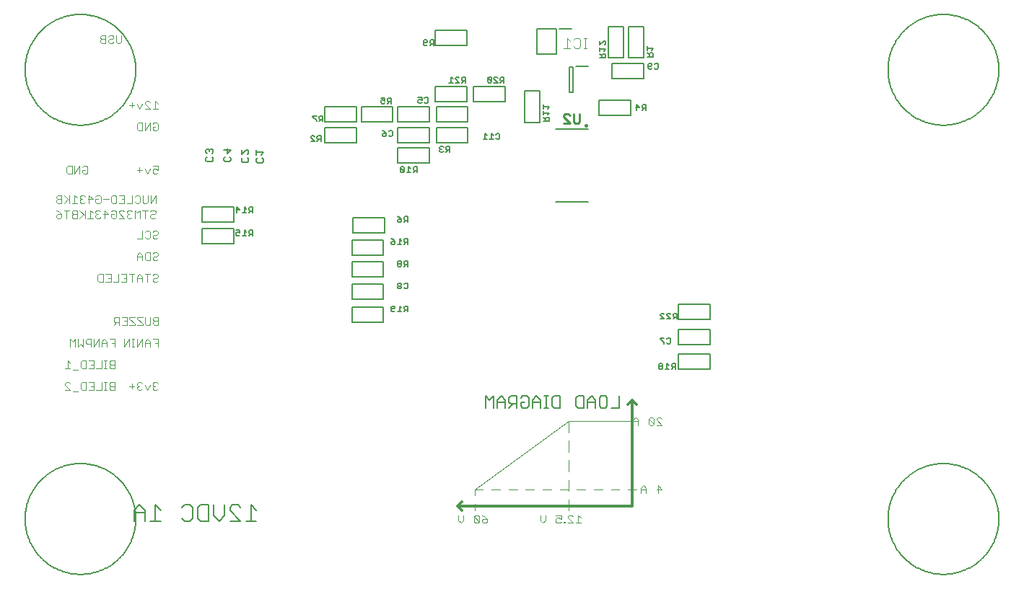
<source format=gbr>
G04 EAGLE Gerber RS-274X export*
G75*
%MOMM*%
%FSLAX34Y34*%
%LPD*%
%INSilkscreen Bottom*%
%IPPOS*%
%AMOC8*
5,1,8,0,0,1.08239X$1,22.5*%
G01*
%ADD10C,0.076200*%
%ADD11C,0.152400*%
%ADD12C,0.300000*%
%ADD13C,0.100000*%
%ADD14C,0.127000*%
%ADD15C,0.203200*%
%ADD16C,0.254000*%
%ADD17C,0.228600*%
%ADD18C,0.177800*%
%ADD19C,0.200000*%
%ADD20C,0.101600*%


D10*
X32205Y543086D02*
X33746Y544627D01*
X36828Y544627D01*
X38369Y543086D01*
X38369Y536922D01*
X36828Y535381D01*
X33746Y535381D01*
X32205Y536922D01*
X32205Y540004D01*
X35287Y540004D01*
X29161Y535381D02*
X29161Y544627D01*
X22997Y535381D01*
X22997Y544627D01*
X19953Y544627D02*
X19953Y535381D01*
X15330Y535381D01*
X13789Y536922D01*
X13789Y543086D01*
X15330Y544627D01*
X19953Y544627D01*
X70119Y341427D02*
X70119Y332181D01*
X70119Y341427D02*
X63955Y341427D01*
X67037Y336804D02*
X70119Y336804D01*
X60911Y338345D02*
X60911Y332181D01*
X60911Y338345D02*
X57829Y341427D01*
X54747Y338345D01*
X54747Y332181D01*
X54747Y336804D02*
X60911Y336804D01*
X51703Y332181D02*
X51703Y341427D01*
X45539Y332181D01*
X45539Y341427D01*
X42495Y341427D02*
X42495Y332181D01*
X42495Y341427D02*
X37873Y341427D01*
X36332Y339886D01*
X36332Y336804D01*
X37873Y335263D01*
X42495Y335263D01*
X33288Y332181D02*
X33288Y341427D01*
X30206Y335263D02*
X33288Y332181D01*
X30206Y335263D02*
X27124Y332181D01*
X27124Y341427D01*
X24080Y341427D02*
X24080Y332181D01*
X20998Y338345D02*
X24080Y341427D01*
X20998Y338345D02*
X17916Y341427D01*
X17916Y332181D01*
X70119Y316027D02*
X70119Y306781D01*
X70119Y316027D02*
X65496Y316027D01*
X63955Y314486D01*
X63955Y312945D01*
X65496Y311404D01*
X63955Y309863D01*
X63955Y308322D01*
X65496Y306781D01*
X70119Y306781D01*
X70119Y311404D02*
X65496Y311404D01*
X60911Y306781D02*
X57829Y306781D01*
X59370Y306781D02*
X59370Y316027D01*
X60911Y316027D02*
X57829Y316027D01*
X54773Y316027D02*
X54773Y306781D01*
X48609Y306781D01*
X45565Y316027D02*
X39401Y316027D01*
X45565Y316027D02*
X45565Y306781D01*
X39401Y306781D01*
X42483Y311404D02*
X45565Y311404D01*
X36357Y316027D02*
X36357Y306781D01*
X31734Y306781D01*
X30193Y308322D01*
X30193Y314486D01*
X31734Y316027D01*
X36357Y316027D01*
X27149Y305240D02*
X20985Y305240D01*
X17941Y312945D02*
X14859Y316027D01*
X14859Y306781D01*
X17941Y306781D02*
X11777Y306781D01*
X119378Y290627D02*
X120919Y289086D01*
X119378Y290627D02*
X116296Y290627D01*
X114755Y289086D01*
X114755Y287545D01*
X116296Y286004D01*
X117837Y286004D01*
X116296Y286004D02*
X114755Y284463D01*
X114755Y282922D01*
X116296Y281381D01*
X119378Y281381D01*
X120919Y282922D01*
X111711Y287545D02*
X108629Y281381D01*
X105547Y287545D01*
X102503Y289086D02*
X100962Y290627D01*
X97880Y290627D01*
X96339Y289086D01*
X96339Y287545D01*
X97880Y286004D01*
X99421Y286004D01*
X97880Y286004D02*
X96339Y284463D01*
X96339Y282922D01*
X97880Y281381D01*
X100962Y281381D01*
X102503Y282922D01*
X93295Y286004D02*
X87132Y286004D01*
X90214Y289086D02*
X90214Y282922D01*
X70119Y281381D02*
X70119Y290627D01*
X65496Y290627D01*
X63955Y289086D01*
X63955Y287545D01*
X65496Y286004D01*
X63955Y284463D01*
X63955Y282922D01*
X65496Y281381D01*
X70119Y281381D01*
X70119Y286004D02*
X65496Y286004D01*
X60911Y281381D02*
X57829Y281381D01*
X59370Y281381D02*
X59370Y290627D01*
X60911Y290627D02*
X57829Y290627D01*
X54773Y290627D02*
X54773Y281381D01*
X48609Y281381D01*
X45565Y290627D02*
X39401Y290627D01*
X45565Y290627D02*
X45565Y281381D01*
X39401Y281381D01*
X42483Y286004D02*
X45565Y286004D01*
X36357Y290627D02*
X36357Y281381D01*
X31734Y281381D01*
X30193Y282922D01*
X30193Y289086D01*
X31734Y290627D01*
X36357Y290627D01*
X27149Y279840D02*
X20985Y279840D01*
X17941Y281381D02*
X11777Y281381D01*
X17941Y281381D02*
X11777Y287545D01*
X11777Y289086D01*
X13318Y290627D01*
X16400Y290627D01*
X17941Y289086D01*
X120919Y332181D02*
X120919Y341427D01*
X114755Y341427D01*
X117837Y336804D02*
X120919Y336804D01*
X111711Y338345D02*
X111711Y332181D01*
X111711Y338345D02*
X108629Y341427D01*
X105547Y338345D01*
X105547Y332181D01*
X105547Y336804D02*
X111711Y336804D01*
X102503Y332181D02*
X102503Y341427D01*
X96339Y332181D01*
X96339Y341427D01*
X93295Y332181D02*
X90214Y332181D01*
X91755Y332181D02*
X91755Y341427D01*
X93295Y341427D02*
X90214Y341427D01*
X87157Y341427D02*
X87157Y332181D01*
X80993Y332181D02*
X87157Y341427D01*
X80993Y341427D02*
X80993Y332181D01*
X114755Y416086D02*
X116296Y417627D01*
X119378Y417627D01*
X120919Y416086D01*
X120919Y414545D01*
X119378Y413004D01*
X116296Y413004D01*
X114755Y411463D01*
X114755Y409922D01*
X116296Y408381D01*
X119378Y408381D01*
X120919Y409922D01*
X108629Y408381D02*
X108629Y417627D01*
X111711Y417627D02*
X105547Y417627D01*
X102503Y414545D02*
X102503Y408381D01*
X102503Y414545D02*
X99421Y417627D01*
X96339Y414545D01*
X96339Y408381D01*
X96339Y413004D02*
X102503Y413004D01*
X90214Y408381D02*
X90214Y417627D01*
X93295Y417627D02*
X87132Y417627D01*
X84088Y417627D02*
X77924Y417627D01*
X84088Y417627D02*
X84088Y408381D01*
X77924Y408381D01*
X81006Y413004D02*
X84088Y413004D01*
X74880Y417627D02*
X74880Y408381D01*
X68716Y408381D01*
X65672Y417627D02*
X59508Y417627D01*
X65672Y417627D02*
X65672Y408381D01*
X59508Y408381D01*
X62590Y413004D02*
X65672Y413004D01*
X56464Y417627D02*
X56464Y408381D01*
X51841Y408381D01*
X50300Y409922D01*
X50300Y416086D01*
X51841Y417627D01*
X56464Y417627D01*
X114755Y441486D02*
X116296Y443027D01*
X119378Y443027D01*
X120919Y441486D01*
X120919Y439945D01*
X119378Y438404D01*
X116296Y438404D01*
X114755Y436863D01*
X114755Y435322D01*
X116296Y433781D01*
X119378Y433781D01*
X120919Y435322D01*
X111711Y433781D02*
X111711Y443027D01*
X111711Y433781D02*
X107088Y433781D01*
X105547Y435322D01*
X105547Y441486D01*
X107088Y443027D01*
X111711Y443027D01*
X102503Y439945D02*
X102503Y433781D01*
X102503Y439945D02*
X99421Y443027D01*
X96339Y439945D01*
X96339Y433781D01*
X96339Y438404D02*
X102503Y438404D01*
X114755Y466886D02*
X116296Y468427D01*
X119378Y468427D01*
X120919Y466886D01*
X120919Y465345D01*
X119378Y463804D01*
X116296Y463804D01*
X114755Y462263D01*
X114755Y460722D01*
X116296Y459181D01*
X119378Y459181D01*
X120919Y460722D01*
X107088Y468427D02*
X105547Y466886D01*
X107088Y468427D02*
X110170Y468427D01*
X111711Y466886D01*
X111711Y460722D01*
X110170Y459181D01*
X107088Y459181D01*
X105547Y460722D01*
X102503Y459181D02*
X102503Y468427D01*
X102503Y459181D02*
X96339Y459181D01*
X114755Y544627D02*
X120919Y544627D01*
X120919Y540004D01*
X117837Y541545D01*
X116296Y541545D01*
X114755Y540004D01*
X114755Y536922D01*
X116296Y535381D01*
X119378Y535381D01*
X120919Y536922D01*
X111711Y541545D02*
X108629Y535381D01*
X105547Y541545D01*
X102503Y540004D02*
X96339Y540004D01*
X99421Y543086D02*
X99421Y536922D01*
X120919Y617745D02*
X117837Y620827D01*
X117837Y611581D01*
X120919Y611581D02*
X114755Y611581D01*
X111711Y611581D02*
X105547Y611581D01*
X111711Y611581D02*
X105547Y617745D01*
X105547Y619286D01*
X107088Y620827D01*
X110170Y620827D01*
X111711Y619286D01*
X102503Y617745D02*
X99421Y611581D01*
X96339Y617745D01*
X93295Y616204D02*
X87132Y616204D01*
X90214Y619286D02*
X90214Y613122D01*
X114755Y593886D02*
X116296Y595427D01*
X119378Y595427D01*
X120919Y593886D01*
X120919Y587722D01*
X119378Y586181D01*
X116296Y586181D01*
X114755Y587722D01*
X114755Y590804D01*
X117837Y590804D01*
X111711Y586181D02*
X111711Y595427D01*
X105547Y586181D01*
X105547Y595427D01*
X102503Y595427D02*
X102503Y586181D01*
X97880Y586181D01*
X96339Y587722D01*
X96339Y593886D01*
X97880Y595427D01*
X102503Y595427D01*
D11*
X230345Y146523D02*
X236616Y140252D01*
X230345Y146523D02*
X230345Y127711D01*
X224075Y127711D02*
X236616Y127711D01*
X217906Y127711D02*
X205364Y127711D01*
X205364Y140252D02*
X217906Y127711D01*
X205364Y140252D02*
X205364Y143388D01*
X208500Y146523D01*
X214770Y146523D01*
X217906Y143388D01*
X199195Y146523D02*
X199195Y133982D01*
X192925Y127711D01*
X186654Y133982D01*
X186654Y146523D01*
X180485Y146523D02*
X180485Y127711D01*
X171079Y127711D01*
X167944Y130846D01*
X167944Y143388D01*
X171079Y146523D01*
X180485Y146523D01*
X152368Y146523D02*
X149233Y143388D01*
X152368Y146523D02*
X158639Y146523D01*
X161775Y143388D01*
X161775Y130846D01*
X158639Y127711D01*
X152368Y127711D01*
X149233Y130846D01*
X124354Y140252D02*
X118083Y146523D01*
X118083Y127711D01*
X124354Y127711D02*
X111812Y127711D01*
X105643Y127711D02*
X105643Y140252D01*
X99373Y146523D01*
X93102Y140252D01*
X93102Y127711D01*
X93102Y137117D02*
X105643Y137117D01*
D10*
X78069Y690389D02*
X78069Y698094D01*
X78069Y690389D02*
X76528Y688848D01*
X73446Y688848D01*
X71905Y690389D01*
X71905Y698094D01*
X64238Y698094D02*
X62697Y696553D01*
X64238Y698094D02*
X67320Y698094D01*
X68861Y696553D01*
X68861Y695012D01*
X67320Y693471D01*
X64238Y693471D01*
X62697Y691930D01*
X62697Y690389D01*
X64238Y688848D01*
X67320Y688848D01*
X68861Y690389D01*
X59654Y688848D02*
X59654Y698094D01*
X55031Y698094D01*
X53490Y696553D01*
X53490Y695012D01*
X55031Y693471D01*
X53490Y691930D01*
X53490Y690389D01*
X55031Y688848D01*
X59654Y688848D01*
X59654Y693471D02*
X55031Y693471D01*
X118328Y510286D02*
X118328Y501040D01*
X112164Y501040D02*
X118328Y510286D01*
X112164Y510286D02*
X112164Y501040D01*
X109120Y502581D02*
X109120Y510286D01*
X109120Y502581D02*
X107579Y501040D01*
X104497Y501040D01*
X102956Y502581D01*
X102956Y510286D01*
X95290Y510286D02*
X93749Y508745D01*
X95290Y510286D02*
X98372Y510286D01*
X99913Y508745D01*
X99913Y502581D01*
X98372Y501040D01*
X95290Y501040D01*
X93749Y502581D01*
X90705Y501040D02*
X90705Y510286D01*
X90705Y501040D02*
X84541Y501040D01*
X81497Y510286D02*
X75333Y510286D01*
X81497Y510286D02*
X81497Y501040D01*
X75333Y501040D01*
X78415Y505663D02*
X81497Y505663D01*
X70748Y510286D02*
X67666Y510286D01*
X70748Y510286D02*
X72289Y508745D01*
X72289Y502581D01*
X70748Y501040D01*
X67666Y501040D01*
X66125Y502581D01*
X66125Y508745D01*
X67666Y510286D01*
X63081Y505663D02*
X56917Y505663D01*
X49250Y510286D02*
X47709Y508745D01*
X49250Y510286D02*
X52332Y510286D01*
X53873Y508745D01*
X53873Y502581D01*
X52332Y501040D01*
X49250Y501040D01*
X47709Y502581D01*
X47709Y505663D01*
X50791Y505663D01*
X40043Y501040D02*
X40043Y510286D01*
X44665Y505663D01*
X38502Y505663D01*
X35458Y508745D02*
X33917Y510286D01*
X30835Y510286D01*
X29294Y508745D01*
X29294Y507204D01*
X30835Y505663D01*
X32376Y505663D01*
X30835Y505663D02*
X29294Y504122D01*
X29294Y502581D01*
X30835Y501040D01*
X33917Y501040D01*
X35458Y502581D01*
X26250Y507204D02*
X23168Y510286D01*
X23168Y501040D01*
X26250Y501040D02*
X20086Y501040D01*
X17042Y501040D02*
X17042Y510286D01*
X17042Y504122D02*
X10878Y510286D01*
X15501Y505663D02*
X10878Y501040D01*
X7834Y501040D02*
X7834Y510286D01*
X3211Y510286D01*
X1670Y508745D01*
X1670Y507204D01*
X3211Y505663D01*
X1670Y504122D01*
X1670Y502581D01*
X3211Y501040D01*
X7834Y501040D01*
X7834Y505663D02*
X3211Y505663D01*
X112012Y491041D02*
X113553Y492582D01*
X116635Y492582D01*
X118176Y491041D01*
X118176Y489500D01*
X116635Y487959D01*
X113553Y487959D01*
X112012Y486418D01*
X112012Y484877D01*
X113553Y483336D01*
X116635Y483336D01*
X118176Y484877D01*
X105886Y483336D02*
X105886Y492582D01*
X108968Y492582D02*
X102804Y492582D01*
X99760Y492582D02*
X99760Y483336D01*
X96678Y489500D02*
X99760Y492582D01*
X96678Y489500D02*
X93596Y492582D01*
X93596Y483336D01*
X90552Y491041D02*
X89011Y492582D01*
X85929Y492582D01*
X84388Y491041D01*
X84388Y489500D01*
X85929Y487959D01*
X87470Y487959D01*
X85929Y487959D02*
X84388Y486418D01*
X84388Y484877D01*
X85929Y483336D01*
X89011Y483336D01*
X90552Y484877D01*
X81344Y483336D02*
X75181Y483336D01*
X81344Y483336D02*
X75181Y489500D01*
X75181Y491041D01*
X76721Y492582D01*
X79803Y492582D01*
X81344Y491041D01*
X67514Y492582D02*
X65973Y491041D01*
X67514Y492582D02*
X70596Y492582D01*
X72137Y491041D01*
X72137Y484877D01*
X70596Y483336D01*
X67514Y483336D01*
X65973Y484877D01*
X65973Y487959D01*
X69055Y487959D01*
X58306Y483336D02*
X58306Y492582D01*
X62929Y487959D01*
X56765Y487959D01*
X53721Y491041D02*
X52180Y492582D01*
X49098Y492582D01*
X47557Y491041D01*
X47557Y489500D01*
X49098Y487959D01*
X50639Y487959D01*
X49098Y487959D02*
X47557Y486418D01*
X47557Y484877D01*
X49098Y483336D01*
X52180Y483336D01*
X53721Y484877D01*
X44513Y489500D02*
X41431Y492582D01*
X41431Y483336D01*
X44513Y483336D02*
X38349Y483336D01*
X35305Y483336D02*
X35305Y492582D01*
X35305Y486418D02*
X29141Y492582D01*
X33764Y487959D02*
X29141Y483336D01*
X26097Y483336D02*
X26097Y492582D01*
X21474Y492582D01*
X19933Y491041D01*
X19933Y489500D01*
X21474Y487959D01*
X19933Y486418D01*
X19933Y484877D01*
X21474Y483336D01*
X26097Y483336D01*
X26097Y487959D02*
X21474Y487959D01*
X13808Y483336D02*
X13808Y492582D01*
X16890Y492582D02*
X10726Y492582D01*
X4600Y491041D02*
X1518Y492582D01*
X4600Y491041D02*
X7682Y487959D01*
X7682Y484877D01*
X6141Y483336D01*
X3059Y483336D01*
X1518Y484877D01*
X1518Y486418D01*
X3059Y487959D01*
X7682Y487959D01*
D12*
X677400Y244900D02*
X677400Y144900D01*
X677400Y244900D02*
X677400Y269900D01*
X677400Y144900D02*
X472400Y144900D01*
D13*
X602400Y244900D02*
X677400Y244900D01*
X602400Y244900D02*
X492400Y164900D01*
D12*
X677400Y269900D02*
X682400Y264900D01*
X677400Y269900D02*
X672400Y264900D01*
X477400Y149900D02*
X472400Y144900D01*
X477400Y139900D01*
D14*
X661765Y260535D02*
X661765Y274277D01*
X661765Y260535D02*
X652604Y260535D01*
X645663Y274277D02*
X641082Y274277D01*
X645663Y274277D02*
X647953Y271986D01*
X647953Y262825D01*
X645663Y260535D01*
X641082Y260535D01*
X638792Y262825D01*
X638792Y271986D01*
X641082Y274277D01*
X634141Y269696D02*
X634141Y260535D01*
X634141Y269696D02*
X629561Y274277D01*
X624980Y269696D01*
X624980Y260535D01*
X624980Y267406D02*
X634141Y267406D01*
X620330Y274277D02*
X620330Y260535D01*
X613459Y260535D01*
X611169Y262825D01*
X611169Y271986D01*
X613459Y274277D01*
X620330Y274277D01*
X592706Y274277D02*
X592706Y260535D01*
X585835Y260535D01*
X583545Y262825D01*
X583545Y271986D01*
X585835Y274277D01*
X592706Y274277D01*
X578894Y260535D02*
X574314Y260535D01*
X576604Y260535D02*
X576604Y274277D01*
X578894Y274277D02*
X574314Y274277D01*
X569686Y269696D02*
X569686Y260535D01*
X569686Y269696D02*
X565106Y274277D01*
X560525Y269696D01*
X560525Y260535D01*
X560525Y267406D02*
X569686Y267406D01*
X549004Y274277D02*
X546714Y271986D01*
X549004Y274277D02*
X553584Y274277D01*
X555875Y271986D01*
X555875Y262825D01*
X553584Y260535D01*
X549004Y260535D01*
X546714Y262825D01*
X546714Y267406D01*
X551294Y267406D01*
X542063Y260535D02*
X542063Y274277D01*
X535192Y274277D01*
X532902Y271986D01*
X532902Y267406D01*
X535192Y265116D01*
X542063Y265116D01*
X537482Y265116D02*
X532902Y260535D01*
X528251Y260535D02*
X528251Y269696D01*
X523671Y274277D01*
X519090Y269696D01*
X519090Y260535D01*
X519090Y267406D02*
X528251Y267406D01*
X514439Y260535D02*
X514439Y274277D01*
X509859Y269696D01*
X505278Y274277D01*
X505278Y260535D01*
D10*
X705855Y240281D02*
X712019Y240281D01*
X705855Y246445D01*
X705855Y247986D01*
X707396Y249527D01*
X710478Y249527D01*
X712019Y247986D01*
X702811Y247986D02*
X702811Y241822D01*
X702811Y247986D02*
X701270Y249527D01*
X698188Y249527D01*
X696647Y247986D01*
X696647Y241822D01*
X698188Y240281D01*
X701270Y240281D01*
X702811Y241822D01*
X696647Y247986D01*
X684395Y246445D02*
X684395Y240281D01*
X684395Y246445D02*
X681314Y249527D01*
X678232Y246445D01*
X678232Y240281D01*
X678232Y244904D02*
X684395Y244904D01*
X613937Y134527D02*
X617019Y131445D01*
X613937Y134527D02*
X613937Y125281D01*
X617019Y125281D02*
X610855Y125281D01*
X607811Y125281D02*
X601647Y125281D01*
X607811Y125281D02*
X601647Y131445D01*
X601647Y132986D01*
X603188Y134527D01*
X606270Y134527D01*
X607811Y132986D01*
X598603Y126822D02*
X598603Y125281D01*
X598603Y126822D02*
X597062Y126822D01*
X597062Y125281D01*
X598603Y125281D01*
X593999Y134527D02*
X587836Y134527D01*
X593999Y134527D02*
X593999Y129904D01*
X590917Y131445D01*
X589376Y131445D01*
X587836Y129904D01*
X587836Y126822D01*
X589376Y125281D01*
X592458Y125281D01*
X593999Y126822D01*
X575584Y128363D02*
X575584Y134527D01*
X575584Y128363D02*
X572502Y125281D01*
X569420Y128363D01*
X569420Y134527D01*
D13*
X602400Y231900D02*
X602400Y244900D01*
X602400Y221900D02*
X602400Y208900D01*
X602400Y198900D02*
X602400Y185900D01*
X602400Y175900D02*
X602400Y162900D01*
X602400Y152900D02*
X602400Y139900D01*
X677400Y244900D02*
X682400Y244900D01*
X492400Y164900D02*
X492400Y157400D01*
X492400Y147400D02*
X492400Y139900D01*
D10*
X500855Y134527D02*
X503937Y132986D01*
X507019Y129904D01*
X507019Y126822D01*
X505478Y125281D01*
X502396Y125281D01*
X500855Y126822D01*
X500855Y128363D01*
X502396Y129904D01*
X507019Y129904D01*
X497811Y126822D02*
X497811Y132986D01*
X496270Y134527D01*
X493188Y134527D01*
X491647Y132986D01*
X491647Y126822D01*
X493188Y125281D01*
X496270Y125281D01*
X497811Y126822D01*
X491647Y132986D01*
X479395Y134527D02*
X479395Y128363D01*
X476314Y125281D01*
X473232Y128363D01*
X473232Y134527D01*
D13*
X492400Y164900D02*
X502400Y164900D01*
X512400Y164900D02*
X522400Y164900D01*
X532400Y164900D02*
X542400Y164900D01*
X552400Y164900D02*
X562400Y164900D01*
X572400Y164900D02*
X582400Y164900D01*
X592400Y164900D02*
X602400Y164900D01*
X612400Y164900D02*
X622400Y164900D01*
X632400Y164900D02*
X642400Y164900D01*
X652400Y164900D02*
X662400Y164900D01*
X672400Y164900D02*
X682400Y164900D01*
D10*
X707396Y160281D02*
X707396Y169527D01*
X712019Y164904D01*
X705855Y164904D01*
X693603Y166445D02*
X693603Y160281D01*
X693603Y166445D02*
X690521Y169527D01*
X687439Y166445D01*
X687439Y160281D01*
X687439Y164904D02*
X693603Y164904D01*
X121319Y357781D02*
X121319Y367027D01*
X116696Y367027D01*
X115155Y365486D01*
X115155Y363945D01*
X116696Y362404D01*
X115155Y360863D01*
X115155Y359322D01*
X116696Y357781D01*
X121319Y357781D01*
X121319Y362404D02*
X116696Y362404D01*
X112111Y359322D02*
X112111Y367027D01*
X112111Y359322D02*
X110570Y357781D01*
X107488Y357781D01*
X105947Y359322D01*
X105947Y367027D01*
X102903Y367027D02*
X96739Y367027D01*
X96739Y365486D01*
X102903Y359322D01*
X102903Y357781D01*
X96739Y357781D01*
X93695Y367027D02*
X87532Y367027D01*
X87532Y365486D01*
X93695Y359322D01*
X93695Y357781D01*
X87532Y357781D01*
X84488Y367027D02*
X78324Y367027D01*
X84488Y367027D02*
X84488Y357781D01*
X78324Y357781D01*
X81406Y362404D02*
X84488Y362404D01*
X75280Y357781D02*
X75280Y367027D01*
X70657Y367027D01*
X69116Y365486D01*
X69116Y362404D01*
X70657Y360863D01*
X75280Y360863D01*
X72198Y360863D02*
X69116Y357781D01*
D15*
X587880Y502070D02*
X625880Y502070D01*
X625880Y588170D02*
X587880Y588170D01*
D16*
X621880Y592120D02*
X621882Y592183D01*
X621888Y592245D01*
X621898Y592307D01*
X621911Y592369D01*
X621929Y592429D01*
X621950Y592488D01*
X621975Y592546D01*
X622004Y592602D01*
X622036Y592656D01*
X622071Y592708D01*
X622109Y592757D01*
X622151Y592805D01*
X622195Y592849D01*
X622243Y592891D01*
X622292Y592929D01*
X622344Y592964D01*
X622398Y592996D01*
X622454Y593025D01*
X622512Y593050D01*
X622571Y593071D01*
X622631Y593089D01*
X622693Y593102D01*
X622755Y593112D01*
X622817Y593118D01*
X622880Y593120D01*
X622943Y593118D01*
X623005Y593112D01*
X623067Y593102D01*
X623129Y593089D01*
X623189Y593071D01*
X623248Y593050D01*
X623306Y593025D01*
X623362Y592996D01*
X623416Y592964D01*
X623468Y592929D01*
X623517Y592891D01*
X623565Y592849D01*
X623609Y592805D01*
X623651Y592757D01*
X623689Y592708D01*
X623724Y592656D01*
X623756Y592602D01*
X623785Y592546D01*
X623810Y592488D01*
X623831Y592429D01*
X623849Y592369D01*
X623862Y592307D01*
X623872Y592245D01*
X623878Y592183D01*
X623880Y592120D01*
X623878Y592057D01*
X623872Y591995D01*
X623862Y591933D01*
X623849Y591871D01*
X623831Y591811D01*
X623810Y591752D01*
X623785Y591694D01*
X623756Y591638D01*
X623724Y591584D01*
X623689Y591532D01*
X623651Y591483D01*
X623609Y591435D01*
X623565Y591391D01*
X623517Y591349D01*
X623468Y591311D01*
X623416Y591276D01*
X623362Y591244D01*
X623306Y591215D01*
X623248Y591190D01*
X623189Y591169D01*
X623129Y591151D01*
X623067Y591138D01*
X623005Y591128D01*
X622943Y591122D01*
X622880Y591120D01*
X622817Y591122D01*
X622755Y591128D01*
X622693Y591138D01*
X622631Y591151D01*
X622571Y591169D01*
X622512Y591190D01*
X622454Y591215D01*
X622398Y591244D01*
X622344Y591276D01*
X622292Y591311D01*
X622243Y591349D01*
X622195Y591391D01*
X622151Y591435D01*
X622109Y591483D01*
X622071Y591532D01*
X622036Y591584D01*
X622004Y591638D01*
X621975Y591694D01*
X621950Y591752D01*
X621929Y591811D01*
X621911Y591871D01*
X621898Y591933D01*
X621888Y591995D01*
X621882Y592057D01*
X621880Y592120D01*
D17*
X615787Y596800D02*
X615787Y605486D01*
X615787Y596800D02*
X614050Y595063D01*
X610576Y595063D01*
X608838Y596800D01*
X608838Y605486D01*
X604093Y595063D02*
X597144Y595063D01*
X604093Y595063D02*
X597144Y602012D01*
X597144Y603749D01*
X598882Y605486D01*
X602356Y605486D01*
X604093Y603749D01*
D18*
X227258Y552993D02*
X225860Y554391D01*
X227258Y552993D02*
X227258Y550197D01*
X225860Y548799D01*
X220267Y548799D01*
X218869Y550197D01*
X218869Y552993D01*
X220267Y554391D01*
X218869Y558154D02*
X218869Y563747D01*
X218869Y558154D02*
X224462Y563747D01*
X225860Y563747D01*
X227258Y562348D01*
X227258Y559552D01*
X225860Y558154D01*
X243220Y554071D02*
X244618Y552673D01*
X244618Y549877D01*
X243220Y548479D01*
X237627Y548479D01*
X236229Y549877D01*
X236229Y552673D01*
X237627Y554071D01*
X241822Y557834D02*
X244618Y560630D01*
X236229Y560630D01*
X236229Y557834D02*
X236229Y563427D01*
X206598Y553913D02*
X205200Y555311D01*
X206598Y553913D02*
X206598Y551117D01*
X205200Y549719D01*
X199607Y549719D01*
X198209Y551117D01*
X198209Y553913D01*
X199607Y555311D01*
X198209Y563268D02*
X206598Y563268D01*
X202404Y559074D01*
X202404Y564667D01*
X185618Y553873D02*
X184220Y555271D01*
X185618Y553873D02*
X185618Y551077D01*
X184220Y549679D01*
X178627Y549679D01*
X177229Y551077D01*
X177229Y553873D01*
X178627Y555271D01*
X184220Y559034D02*
X185618Y560432D01*
X185618Y563228D01*
X184220Y564627D01*
X182822Y564627D01*
X181424Y563228D01*
X181424Y561830D01*
X181424Y563228D02*
X180025Y564627D01*
X178627Y564627D01*
X177229Y563228D01*
X177229Y560432D01*
X178627Y559034D01*
D19*
X604000Y660500D02*
X608000Y660500D01*
X604000Y660500D02*
X604000Y631500D01*
X608000Y631500D01*
X608000Y660500D01*
X611500Y662000D02*
X625500Y662000D01*
D11*
X-35000Y657500D02*
X-34980Y659095D01*
X-34922Y660689D01*
X-34824Y662282D01*
X-34687Y663871D01*
X-34511Y665457D01*
X-34296Y667037D01*
X-34043Y668613D01*
X-33751Y670181D01*
X-33421Y671742D01*
X-33052Y673294D01*
X-32645Y674836D01*
X-32201Y676369D01*
X-31719Y677889D01*
X-31200Y679398D01*
X-30645Y680893D01*
X-30052Y682374D01*
X-29424Y683841D01*
X-28759Y685291D01*
X-28060Y686725D01*
X-27325Y688141D01*
X-26556Y689538D01*
X-25752Y690917D01*
X-24915Y692275D01*
X-24046Y693612D01*
X-23143Y694928D01*
X-22208Y696220D01*
X-21243Y697490D01*
X-20246Y698736D01*
X-19219Y699956D01*
X-18162Y701151D01*
X-17076Y702320D01*
X-15962Y703462D01*
X-14820Y704576D01*
X-13651Y705662D01*
X-12456Y706719D01*
X-11236Y707746D01*
X-9990Y708743D01*
X-8720Y709708D01*
X-7428Y710643D01*
X-6112Y711546D01*
X-4775Y712415D01*
X-3417Y713252D01*
X-2038Y714056D01*
X-641Y714825D01*
X775Y715560D01*
X2209Y716259D01*
X3659Y716924D01*
X5126Y717552D01*
X6607Y718145D01*
X8102Y718700D01*
X9611Y719219D01*
X11131Y719701D01*
X12664Y720145D01*
X14206Y720552D01*
X15758Y720921D01*
X17319Y721251D01*
X18887Y721543D01*
X20463Y721796D01*
X22043Y722011D01*
X23629Y722187D01*
X25218Y722324D01*
X26811Y722422D01*
X28405Y722480D01*
X30000Y722500D01*
X31595Y722480D01*
X33189Y722422D01*
X34782Y722324D01*
X36371Y722187D01*
X37957Y722011D01*
X39537Y721796D01*
X41113Y721543D01*
X42681Y721251D01*
X44242Y720921D01*
X45794Y720552D01*
X47336Y720145D01*
X48869Y719701D01*
X50389Y719219D01*
X51898Y718700D01*
X53393Y718145D01*
X54874Y717552D01*
X56341Y716924D01*
X57791Y716259D01*
X59225Y715560D01*
X60641Y714825D01*
X62038Y714056D01*
X63417Y713252D01*
X64775Y712415D01*
X66112Y711546D01*
X67428Y710643D01*
X68720Y709708D01*
X69990Y708743D01*
X71236Y707746D01*
X72456Y706719D01*
X73651Y705662D01*
X74820Y704576D01*
X75962Y703462D01*
X77076Y702320D01*
X78162Y701151D01*
X79219Y699956D01*
X80246Y698736D01*
X81243Y697490D01*
X82208Y696220D01*
X83143Y694928D01*
X84046Y693612D01*
X84915Y692275D01*
X85752Y690917D01*
X86556Y689538D01*
X87325Y688141D01*
X88060Y686725D01*
X88759Y685291D01*
X89424Y683841D01*
X90052Y682374D01*
X90645Y680893D01*
X91200Y679398D01*
X91719Y677889D01*
X92201Y676369D01*
X92645Y674836D01*
X93052Y673294D01*
X93421Y671742D01*
X93751Y670181D01*
X94043Y668613D01*
X94296Y667037D01*
X94511Y665457D01*
X94687Y663871D01*
X94824Y662282D01*
X94922Y660689D01*
X94980Y659095D01*
X95000Y657500D01*
X94980Y655905D01*
X94922Y654311D01*
X94824Y652718D01*
X94687Y651129D01*
X94511Y649543D01*
X94296Y647963D01*
X94043Y646387D01*
X93751Y644819D01*
X93421Y643258D01*
X93052Y641706D01*
X92645Y640164D01*
X92201Y638631D01*
X91719Y637111D01*
X91200Y635602D01*
X90645Y634107D01*
X90052Y632626D01*
X89424Y631159D01*
X88759Y629709D01*
X88060Y628275D01*
X87325Y626859D01*
X86556Y625462D01*
X85752Y624083D01*
X84915Y622725D01*
X84046Y621388D01*
X83143Y620072D01*
X82208Y618780D01*
X81243Y617510D01*
X80246Y616264D01*
X79219Y615044D01*
X78162Y613849D01*
X77076Y612680D01*
X75962Y611538D01*
X74820Y610424D01*
X73651Y609338D01*
X72456Y608281D01*
X71236Y607254D01*
X69990Y606257D01*
X68720Y605292D01*
X67428Y604357D01*
X66112Y603454D01*
X64775Y602585D01*
X63417Y601748D01*
X62038Y600944D01*
X60641Y600175D01*
X59225Y599440D01*
X57791Y598741D01*
X56341Y598076D01*
X54874Y597448D01*
X53393Y596855D01*
X51898Y596300D01*
X50389Y595781D01*
X48869Y595299D01*
X47336Y594855D01*
X45794Y594448D01*
X44242Y594079D01*
X42681Y593749D01*
X41113Y593457D01*
X39537Y593204D01*
X37957Y592989D01*
X36371Y592813D01*
X34782Y592676D01*
X33189Y592578D01*
X31595Y592520D01*
X30000Y592500D01*
X28405Y592520D01*
X26811Y592578D01*
X25218Y592676D01*
X23629Y592813D01*
X22043Y592989D01*
X20463Y593204D01*
X18887Y593457D01*
X17319Y593749D01*
X15758Y594079D01*
X14206Y594448D01*
X12664Y594855D01*
X11131Y595299D01*
X9611Y595781D01*
X8102Y596300D01*
X6607Y596855D01*
X5126Y597448D01*
X3659Y598076D01*
X2209Y598741D01*
X775Y599440D01*
X-641Y600175D01*
X-2038Y600944D01*
X-3417Y601748D01*
X-4775Y602585D01*
X-6112Y603454D01*
X-7428Y604357D01*
X-8720Y605292D01*
X-9990Y606257D01*
X-11236Y607254D01*
X-12456Y608281D01*
X-13651Y609338D01*
X-14820Y610424D01*
X-15962Y611538D01*
X-17076Y612680D01*
X-18162Y613849D01*
X-19219Y615044D01*
X-20246Y616264D01*
X-21243Y617510D01*
X-22208Y618780D01*
X-23143Y620072D01*
X-24046Y621388D01*
X-24915Y622725D01*
X-25752Y624083D01*
X-26556Y625462D01*
X-27325Y626859D01*
X-28060Y628275D01*
X-28759Y629709D01*
X-29424Y631159D01*
X-30052Y632626D01*
X-30645Y634107D01*
X-31200Y635602D01*
X-31719Y637111D01*
X-32201Y638631D01*
X-32645Y640164D01*
X-33052Y641706D01*
X-33421Y643258D01*
X-33751Y644819D01*
X-34043Y646387D01*
X-34296Y647963D01*
X-34511Y649543D01*
X-34687Y651129D01*
X-34824Y652718D01*
X-34922Y654311D01*
X-34980Y655905D01*
X-35000Y657500D01*
X-35000Y130000D02*
X-34980Y131595D01*
X-34922Y133189D01*
X-34824Y134782D01*
X-34687Y136371D01*
X-34511Y137957D01*
X-34296Y139537D01*
X-34043Y141113D01*
X-33751Y142681D01*
X-33421Y144242D01*
X-33052Y145794D01*
X-32645Y147336D01*
X-32201Y148869D01*
X-31719Y150389D01*
X-31200Y151898D01*
X-30645Y153393D01*
X-30052Y154874D01*
X-29424Y156341D01*
X-28759Y157791D01*
X-28060Y159225D01*
X-27325Y160641D01*
X-26556Y162038D01*
X-25752Y163417D01*
X-24915Y164775D01*
X-24046Y166112D01*
X-23143Y167428D01*
X-22208Y168720D01*
X-21243Y169990D01*
X-20246Y171236D01*
X-19219Y172456D01*
X-18162Y173651D01*
X-17076Y174820D01*
X-15962Y175962D01*
X-14820Y177076D01*
X-13651Y178162D01*
X-12456Y179219D01*
X-11236Y180246D01*
X-9990Y181243D01*
X-8720Y182208D01*
X-7428Y183143D01*
X-6112Y184046D01*
X-4775Y184915D01*
X-3417Y185752D01*
X-2038Y186556D01*
X-641Y187325D01*
X775Y188060D01*
X2209Y188759D01*
X3659Y189424D01*
X5126Y190052D01*
X6607Y190645D01*
X8102Y191200D01*
X9611Y191719D01*
X11131Y192201D01*
X12664Y192645D01*
X14206Y193052D01*
X15758Y193421D01*
X17319Y193751D01*
X18887Y194043D01*
X20463Y194296D01*
X22043Y194511D01*
X23629Y194687D01*
X25218Y194824D01*
X26811Y194922D01*
X28405Y194980D01*
X30000Y195000D01*
X31595Y194980D01*
X33189Y194922D01*
X34782Y194824D01*
X36371Y194687D01*
X37957Y194511D01*
X39537Y194296D01*
X41113Y194043D01*
X42681Y193751D01*
X44242Y193421D01*
X45794Y193052D01*
X47336Y192645D01*
X48869Y192201D01*
X50389Y191719D01*
X51898Y191200D01*
X53393Y190645D01*
X54874Y190052D01*
X56341Y189424D01*
X57791Y188759D01*
X59225Y188060D01*
X60641Y187325D01*
X62038Y186556D01*
X63417Y185752D01*
X64775Y184915D01*
X66112Y184046D01*
X67428Y183143D01*
X68720Y182208D01*
X69990Y181243D01*
X71236Y180246D01*
X72456Y179219D01*
X73651Y178162D01*
X74820Y177076D01*
X75962Y175962D01*
X77076Y174820D01*
X78162Y173651D01*
X79219Y172456D01*
X80246Y171236D01*
X81243Y169990D01*
X82208Y168720D01*
X83143Y167428D01*
X84046Y166112D01*
X84915Y164775D01*
X85752Y163417D01*
X86556Y162038D01*
X87325Y160641D01*
X88060Y159225D01*
X88759Y157791D01*
X89424Y156341D01*
X90052Y154874D01*
X90645Y153393D01*
X91200Y151898D01*
X91719Y150389D01*
X92201Y148869D01*
X92645Y147336D01*
X93052Y145794D01*
X93421Y144242D01*
X93751Y142681D01*
X94043Y141113D01*
X94296Y139537D01*
X94511Y137957D01*
X94687Y136371D01*
X94824Y134782D01*
X94922Y133189D01*
X94980Y131595D01*
X95000Y130000D01*
X94980Y128405D01*
X94922Y126811D01*
X94824Y125218D01*
X94687Y123629D01*
X94511Y122043D01*
X94296Y120463D01*
X94043Y118887D01*
X93751Y117319D01*
X93421Y115758D01*
X93052Y114206D01*
X92645Y112664D01*
X92201Y111131D01*
X91719Y109611D01*
X91200Y108102D01*
X90645Y106607D01*
X90052Y105126D01*
X89424Y103659D01*
X88759Y102209D01*
X88060Y100775D01*
X87325Y99359D01*
X86556Y97962D01*
X85752Y96583D01*
X84915Y95225D01*
X84046Y93888D01*
X83143Y92572D01*
X82208Y91280D01*
X81243Y90010D01*
X80246Y88764D01*
X79219Y87544D01*
X78162Y86349D01*
X77076Y85180D01*
X75962Y84038D01*
X74820Y82924D01*
X73651Y81838D01*
X72456Y80781D01*
X71236Y79754D01*
X69990Y78757D01*
X68720Y77792D01*
X67428Y76857D01*
X66112Y75954D01*
X64775Y75085D01*
X63417Y74248D01*
X62038Y73444D01*
X60641Y72675D01*
X59225Y71940D01*
X57791Y71241D01*
X56341Y70576D01*
X54874Y69948D01*
X53393Y69355D01*
X51898Y68800D01*
X50389Y68281D01*
X48869Y67799D01*
X47336Y67355D01*
X45794Y66948D01*
X44242Y66579D01*
X42681Y66249D01*
X41113Y65957D01*
X39537Y65704D01*
X37957Y65489D01*
X36371Y65313D01*
X34782Y65176D01*
X33189Y65078D01*
X31595Y65020D01*
X30000Y65000D01*
X28405Y65020D01*
X26811Y65078D01*
X25218Y65176D01*
X23629Y65313D01*
X22043Y65489D01*
X20463Y65704D01*
X18887Y65957D01*
X17319Y66249D01*
X15758Y66579D01*
X14206Y66948D01*
X12664Y67355D01*
X11131Y67799D01*
X9611Y68281D01*
X8102Y68800D01*
X6607Y69355D01*
X5126Y69948D01*
X3659Y70576D01*
X2209Y71241D01*
X775Y71940D01*
X-641Y72675D01*
X-2038Y73444D01*
X-3417Y74248D01*
X-4775Y75085D01*
X-6112Y75954D01*
X-7428Y76857D01*
X-8720Y77792D01*
X-9990Y78757D01*
X-11236Y79754D01*
X-12456Y80781D01*
X-13651Y81838D01*
X-14820Y82924D01*
X-15962Y84038D01*
X-17076Y85180D01*
X-18162Y86349D01*
X-19219Y87544D01*
X-20246Y88764D01*
X-21243Y90010D01*
X-22208Y91280D01*
X-23143Y92572D01*
X-24046Y93888D01*
X-24915Y95225D01*
X-25752Y96583D01*
X-26556Y97962D01*
X-27325Y99359D01*
X-28060Y100775D01*
X-28759Y102209D01*
X-29424Y103659D01*
X-30052Y105126D01*
X-30645Y106607D01*
X-31200Y108102D01*
X-31719Y109611D01*
X-32201Y111131D01*
X-32645Y112664D01*
X-33052Y114206D01*
X-33421Y115758D01*
X-33751Y117319D01*
X-34043Y118887D01*
X-34296Y120463D01*
X-34511Y122043D01*
X-34687Y123629D01*
X-34824Y125218D01*
X-34922Y126811D01*
X-34980Y128405D01*
X-35000Y130000D01*
X977500Y130000D02*
X977520Y131595D01*
X977578Y133189D01*
X977676Y134782D01*
X977813Y136371D01*
X977989Y137957D01*
X978204Y139537D01*
X978457Y141113D01*
X978749Y142681D01*
X979079Y144242D01*
X979448Y145794D01*
X979855Y147336D01*
X980299Y148869D01*
X980781Y150389D01*
X981300Y151898D01*
X981855Y153393D01*
X982448Y154874D01*
X983076Y156341D01*
X983741Y157791D01*
X984440Y159225D01*
X985175Y160641D01*
X985944Y162038D01*
X986748Y163417D01*
X987585Y164775D01*
X988454Y166112D01*
X989357Y167428D01*
X990292Y168720D01*
X991257Y169990D01*
X992254Y171236D01*
X993281Y172456D01*
X994338Y173651D01*
X995424Y174820D01*
X996538Y175962D01*
X997680Y177076D01*
X998849Y178162D01*
X1000044Y179219D01*
X1001264Y180246D01*
X1002510Y181243D01*
X1003780Y182208D01*
X1005072Y183143D01*
X1006388Y184046D01*
X1007725Y184915D01*
X1009083Y185752D01*
X1010462Y186556D01*
X1011859Y187325D01*
X1013275Y188060D01*
X1014709Y188759D01*
X1016159Y189424D01*
X1017626Y190052D01*
X1019107Y190645D01*
X1020602Y191200D01*
X1022111Y191719D01*
X1023631Y192201D01*
X1025164Y192645D01*
X1026706Y193052D01*
X1028258Y193421D01*
X1029819Y193751D01*
X1031387Y194043D01*
X1032963Y194296D01*
X1034543Y194511D01*
X1036129Y194687D01*
X1037718Y194824D01*
X1039311Y194922D01*
X1040905Y194980D01*
X1042500Y195000D01*
X1044095Y194980D01*
X1045689Y194922D01*
X1047282Y194824D01*
X1048871Y194687D01*
X1050457Y194511D01*
X1052037Y194296D01*
X1053613Y194043D01*
X1055181Y193751D01*
X1056742Y193421D01*
X1058294Y193052D01*
X1059836Y192645D01*
X1061369Y192201D01*
X1062889Y191719D01*
X1064398Y191200D01*
X1065893Y190645D01*
X1067374Y190052D01*
X1068841Y189424D01*
X1070291Y188759D01*
X1071725Y188060D01*
X1073141Y187325D01*
X1074538Y186556D01*
X1075917Y185752D01*
X1077275Y184915D01*
X1078612Y184046D01*
X1079928Y183143D01*
X1081220Y182208D01*
X1082490Y181243D01*
X1083736Y180246D01*
X1084956Y179219D01*
X1086151Y178162D01*
X1087320Y177076D01*
X1088462Y175962D01*
X1089576Y174820D01*
X1090662Y173651D01*
X1091719Y172456D01*
X1092746Y171236D01*
X1093743Y169990D01*
X1094708Y168720D01*
X1095643Y167428D01*
X1096546Y166112D01*
X1097415Y164775D01*
X1098252Y163417D01*
X1099056Y162038D01*
X1099825Y160641D01*
X1100560Y159225D01*
X1101259Y157791D01*
X1101924Y156341D01*
X1102552Y154874D01*
X1103145Y153393D01*
X1103700Y151898D01*
X1104219Y150389D01*
X1104701Y148869D01*
X1105145Y147336D01*
X1105552Y145794D01*
X1105921Y144242D01*
X1106251Y142681D01*
X1106543Y141113D01*
X1106796Y139537D01*
X1107011Y137957D01*
X1107187Y136371D01*
X1107324Y134782D01*
X1107422Y133189D01*
X1107480Y131595D01*
X1107500Y130000D01*
X1107480Y128405D01*
X1107422Y126811D01*
X1107324Y125218D01*
X1107187Y123629D01*
X1107011Y122043D01*
X1106796Y120463D01*
X1106543Y118887D01*
X1106251Y117319D01*
X1105921Y115758D01*
X1105552Y114206D01*
X1105145Y112664D01*
X1104701Y111131D01*
X1104219Y109611D01*
X1103700Y108102D01*
X1103145Y106607D01*
X1102552Y105126D01*
X1101924Y103659D01*
X1101259Y102209D01*
X1100560Y100775D01*
X1099825Y99359D01*
X1099056Y97962D01*
X1098252Y96583D01*
X1097415Y95225D01*
X1096546Y93888D01*
X1095643Y92572D01*
X1094708Y91280D01*
X1093743Y90010D01*
X1092746Y88764D01*
X1091719Y87544D01*
X1090662Y86349D01*
X1089576Y85180D01*
X1088462Y84038D01*
X1087320Y82924D01*
X1086151Y81838D01*
X1084956Y80781D01*
X1083736Y79754D01*
X1082490Y78757D01*
X1081220Y77792D01*
X1079928Y76857D01*
X1078612Y75954D01*
X1077275Y75085D01*
X1075917Y74248D01*
X1074538Y73444D01*
X1073141Y72675D01*
X1071725Y71940D01*
X1070291Y71241D01*
X1068841Y70576D01*
X1067374Y69948D01*
X1065893Y69355D01*
X1064398Y68800D01*
X1062889Y68281D01*
X1061369Y67799D01*
X1059836Y67355D01*
X1058294Y66948D01*
X1056742Y66579D01*
X1055181Y66249D01*
X1053613Y65957D01*
X1052037Y65704D01*
X1050457Y65489D01*
X1048871Y65313D01*
X1047282Y65176D01*
X1045689Y65078D01*
X1044095Y65020D01*
X1042500Y65000D01*
X1040905Y65020D01*
X1039311Y65078D01*
X1037718Y65176D01*
X1036129Y65313D01*
X1034543Y65489D01*
X1032963Y65704D01*
X1031387Y65957D01*
X1029819Y66249D01*
X1028258Y66579D01*
X1026706Y66948D01*
X1025164Y67355D01*
X1023631Y67799D01*
X1022111Y68281D01*
X1020602Y68800D01*
X1019107Y69355D01*
X1017626Y69948D01*
X1016159Y70576D01*
X1014709Y71241D01*
X1013275Y71940D01*
X1011859Y72675D01*
X1010462Y73444D01*
X1009083Y74248D01*
X1007725Y75085D01*
X1006388Y75954D01*
X1005072Y76857D01*
X1003780Y77792D01*
X1002510Y78757D01*
X1001264Y79754D01*
X1000044Y80781D01*
X998849Y81838D01*
X997680Y82924D01*
X996538Y84038D01*
X995424Y85180D01*
X994338Y86349D01*
X993281Y87544D01*
X992254Y88764D01*
X991257Y90010D01*
X990292Y91280D01*
X989357Y92572D01*
X988454Y93888D01*
X987585Y95225D01*
X986748Y96583D01*
X985944Y97962D01*
X985175Y99359D01*
X984440Y100775D01*
X983741Y102209D01*
X983076Y103659D01*
X982448Y105126D01*
X981855Y106607D01*
X981300Y108102D01*
X980781Y109611D01*
X980299Y111131D01*
X979855Y112664D01*
X979448Y114206D01*
X979079Y115758D01*
X978749Y117319D01*
X978457Y118887D01*
X978204Y120463D01*
X977989Y122043D01*
X977813Y123629D01*
X977676Y125218D01*
X977578Y126811D01*
X977520Y128405D01*
X977500Y130000D01*
X977500Y657500D02*
X977520Y659095D01*
X977578Y660689D01*
X977676Y662282D01*
X977813Y663871D01*
X977989Y665457D01*
X978204Y667037D01*
X978457Y668613D01*
X978749Y670181D01*
X979079Y671742D01*
X979448Y673294D01*
X979855Y674836D01*
X980299Y676369D01*
X980781Y677889D01*
X981300Y679398D01*
X981855Y680893D01*
X982448Y682374D01*
X983076Y683841D01*
X983741Y685291D01*
X984440Y686725D01*
X985175Y688141D01*
X985944Y689538D01*
X986748Y690917D01*
X987585Y692275D01*
X988454Y693612D01*
X989357Y694928D01*
X990292Y696220D01*
X991257Y697490D01*
X992254Y698736D01*
X993281Y699956D01*
X994338Y701151D01*
X995424Y702320D01*
X996538Y703462D01*
X997680Y704576D01*
X998849Y705662D01*
X1000044Y706719D01*
X1001264Y707746D01*
X1002510Y708743D01*
X1003780Y709708D01*
X1005072Y710643D01*
X1006388Y711546D01*
X1007725Y712415D01*
X1009083Y713252D01*
X1010462Y714056D01*
X1011859Y714825D01*
X1013275Y715560D01*
X1014709Y716259D01*
X1016159Y716924D01*
X1017626Y717552D01*
X1019107Y718145D01*
X1020602Y718700D01*
X1022111Y719219D01*
X1023631Y719701D01*
X1025164Y720145D01*
X1026706Y720552D01*
X1028258Y720921D01*
X1029819Y721251D01*
X1031387Y721543D01*
X1032963Y721796D01*
X1034543Y722011D01*
X1036129Y722187D01*
X1037718Y722324D01*
X1039311Y722422D01*
X1040905Y722480D01*
X1042500Y722500D01*
X1044095Y722480D01*
X1045689Y722422D01*
X1047282Y722324D01*
X1048871Y722187D01*
X1050457Y722011D01*
X1052037Y721796D01*
X1053613Y721543D01*
X1055181Y721251D01*
X1056742Y720921D01*
X1058294Y720552D01*
X1059836Y720145D01*
X1061369Y719701D01*
X1062889Y719219D01*
X1064398Y718700D01*
X1065893Y718145D01*
X1067374Y717552D01*
X1068841Y716924D01*
X1070291Y716259D01*
X1071725Y715560D01*
X1073141Y714825D01*
X1074538Y714056D01*
X1075917Y713252D01*
X1077275Y712415D01*
X1078612Y711546D01*
X1079928Y710643D01*
X1081220Y709708D01*
X1082490Y708743D01*
X1083736Y707746D01*
X1084956Y706719D01*
X1086151Y705662D01*
X1087320Y704576D01*
X1088462Y703462D01*
X1089576Y702320D01*
X1090662Y701151D01*
X1091719Y699956D01*
X1092746Y698736D01*
X1093743Y697490D01*
X1094708Y696220D01*
X1095643Y694928D01*
X1096546Y693612D01*
X1097415Y692275D01*
X1098252Y690917D01*
X1099056Y689538D01*
X1099825Y688141D01*
X1100560Y686725D01*
X1101259Y685291D01*
X1101924Y683841D01*
X1102552Y682374D01*
X1103145Y680893D01*
X1103700Y679398D01*
X1104219Y677889D01*
X1104701Y676369D01*
X1105145Y674836D01*
X1105552Y673294D01*
X1105921Y671742D01*
X1106251Y670181D01*
X1106543Y668613D01*
X1106796Y667037D01*
X1107011Y665457D01*
X1107187Y663871D01*
X1107324Y662282D01*
X1107422Y660689D01*
X1107480Y659095D01*
X1107500Y657500D01*
X1107480Y655905D01*
X1107422Y654311D01*
X1107324Y652718D01*
X1107187Y651129D01*
X1107011Y649543D01*
X1106796Y647963D01*
X1106543Y646387D01*
X1106251Y644819D01*
X1105921Y643258D01*
X1105552Y641706D01*
X1105145Y640164D01*
X1104701Y638631D01*
X1104219Y637111D01*
X1103700Y635602D01*
X1103145Y634107D01*
X1102552Y632626D01*
X1101924Y631159D01*
X1101259Y629709D01*
X1100560Y628275D01*
X1099825Y626859D01*
X1099056Y625462D01*
X1098252Y624083D01*
X1097415Y622725D01*
X1096546Y621388D01*
X1095643Y620072D01*
X1094708Y618780D01*
X1093743Y617510D01*
X1092746Y616264D01*
X1091719Y615044D01*
X1090662Y613849D01*
X1089576Y612680D01*
X1088462Y611538D01*
X1087320Y610424D01*
X1086151Y609338D01*
X1084956Y608281D01*
X1083736Y607254D01*
X1082490Y606257D01*
X1081220Y605292D01*
X1079928Y604357D01*
X1078612Y603454D01*
X1077275Y602585D01*
X1075917Y601748D01*
X1074538Y600944D01*
X1073141Y600175D01*
X1071725Y599440D01*
X1070291Y598741D01*
X1068841Y598076D01*
X1067374Y597448D01*
X1065893Y596855D01*
X1064398Y596300D01*
X1062889Y595781D01*
X1061369Y595299D01*
X1059836Y594855D01*
X1058294Y594448D01*
X1056742Y594079D01*
X1055181Y593749D01*
X1053613Y593457D01*
X1052037Y593204D01*
X1050457Y592989D01*
X1048871Y592813D01*
X1047282Y592676D01*
X1045689Y592578D01*
X1044095Y592520D01*
X1042500Y592500D01*
X1040905Y592520D01*
X1039311Y592578D01*
X1037718Y592676D01*
X1036129Y592813D01*
X1034543Y592989D01*
X1032963Y593204D01*
X1031387Y593457D01*
X1029819Y593749D01*
X1028258Y594079D01*
X1026706Y594448D01*
X1025164Y594855D01*
X1023631Y595299D01*
X1022111Y595781D01*
X1020602Y596300D01*
X1019107Y596855D01*
X1017626Y597448D01*
X1016159Y598076D01*
X1014709Y598741D01*
X1013275Y599440D01*
X1011859Y600175D01*
X1010462Y600944D01*
X1009083Y601748D01*
X1007725Y602585D01*
X1006388Y603454D01*
X1005072Y604357D01*
X1003780Y605292D01*
X1002510Y606257D01*
X1001264Y607254D01*
X1000044Y608281D01*
X998849Y609338D01*
X997680Y610424D01*
X996538Y611538D01*
X995424Y612680D01*
X994338Y613849D01*
X993281Y615044D01*
X992254Y616264D01*
X991257Y617510D01*
X990292Y618780D01*
X989357Y620072D01*
X988454Y621388D01*
X987585Y622725D01*
X986748Y624083D01*
X985944Y625462D01*
X985175Y626859D01*
X984440Y628275D01*
X983741Y629709D01*
X983076Y631159D01*
X982448Y632626D01*
X981855Y634107D01*
X981300Y635602D01*
X980781Y637111D01*
X980299Y638631D01*
X979855Y640164D01*
X979448Y641706D01*
X979079Y643258D01*
X978749Y644819D01*
X978457Y646387D01*
X978204Y647963D01*
X977989Y649543D01*
X977813Y651129D01*
X977676Y652718D01*
X977578Y654311D01*
X977520Y655905D01*
X977500Y657500D01*
D19*
X588500Y706000D02*
X565500Y706000D01*
X565500Y676000D01*
X588500Y676000D01*
X588500Y706000D01*
X592000Y706000D02*
X606000Y706000D01*
D20*
X620186Y683158D02*
X624084Y683158D01*
X622135Y683158D02*
X622135Y694852D01*
X624084Y694852D02*
X620186Y694852D01*
X610441Y694852D02*
X608492Y692903D01*
X610441Y694852D02*
X614339Y694852D01*
X616288Y692903D01*
X616288Y685107D01*
X614339Y683158D01*
X610441Y683158D01*
X608492Y685107D01*
X604594Y690954D02*
X600696Y694852D01*
X600696Y683158D01*
X604594Y683158D02*
X596798Y683158D01*
D15*
X690890Y671458D02*
X690890Y708542D01*
X673110Y708542D01*
X673110Y671458D01*
X690890Y671458D01*
D11*
X695462Y672982D02*
X702072Y672982D01*
X702072Y676287D01*
X700970Y677388D01*
X698767Y677388D01*
X697665Y676287D01*
X697665Y672982D01*
X697665Y675185D02*
X695462Y677388D01*
X699868Y680466D02*
X702072Y682669D01*
X695462Y682669D01*
X695462Y680466D02*
X695462Y684873D01*
D15*
X690542Y664890D02*
X653458Y664890D01*
X653458Y647110D01*
X690542Y647110D01*
X690542Y664890D01*
D11*
X703612Y663970D02*
X704713Y665072D01*
X706916Y665072D01*
X708018Y663970D01*
X708018Y659564D01*
X706916Y658462D01*
X704713Y658462D01*
X703612Y659564D01*
X700534Y659564D02*
X699432Y658462D01*
X697229Y658462D01*
X696127Y659564D01*
X696127Y663970D01*
X697229Y665072D01*
X699432Y665072D01*
X700534Y663970D01*
X700534Y662868D01*
X699432Y661767D01*
X696127Y661767D01*
D15*
X666890Y671458D02*
X666890Y708542D01*
X649110Y708542D01*
X649110Y671458D01*
X666890Y671458D01*
D11*
X646072Y671982D02*
X639462Y671982D01*
X646072Y671982D02*
X646072Y675287D01*
X644970Y676388D01*
X642767Y676388D01*
X641665Y675287D01*
X641665Y671982D01*
X641665Y674185D02*
X639462Y676388D01*
X643868Y679466D02*
X646072Y681669D01*
X639462Y681669D01*
X639462Y679466D02*
X639462Y683873D01*
X639462Y686950D02*
X639462Y691357D01*
X643868Y691357D02*
X639462Y686950D01*
X643868Y691357D02*
X644970Y691357D01*
X646072Y690255D01*
X646072Y688052D01*
X644970Y686950D01*
D15*
X209542Y496890D02*
X172458Y496890D01*
X172458Y479110D01*
X209542Y479110D01*
X209542Y496890D01*
D11*
X232018Y496072D02*
X232018Y489462D01*
X232018Y496072D02*
X228713Y496072D01*
X227612Y494970D01*
X227612Y492767D01*
X228713Y491665D01*
X232018Y491665D01*
X229815Y491665D02*
X227612Y489462D01*
X224534Y493868D02*
X222331Y496072D01*
X222331Y489462D01*
X224534Y489462D02*
X220127Y489462D01*
X213745Y489462D02*
X213745Y496072D01*
X217050Y492767D01*
X212643Y492767D01*
D15*
X209542Y470890D02*
X172458Y470890D01*
X172458Y453110D01*
X209542Y453110D01*
X209542Y470890D01*
D11*
X232018Y469072D02*
X232018Y462462D01*
X232018Y469072D02*
X228713Y469072D01*
X227612Y467970D01*
X227612Y465767D01*
X228713Y464665D01*
X232018Y464665D01*
X229815Y464665D02*
X227612Y462462D01*
X224534Y466868D02*
X222331Y469072D01*
X222331Y462462D01*
X224534Y462462D02*
X220127Y462462D01*
X217050Y469072D02*
X212643Y469072D01*
X217050Y469072D02*
X217050Y465767D01*
X214847Y466868D01*
X213745Y466868D01*
X212643Y465767D01*
X212643Y463564D01*
X213745Y462462D01*
X215948Y462462D01*
X217050Y463564D01*
D15*
X491458Y637890D02*
X528542Y637890D01*
X491458Y637890D02*
X491458Y620110D01*
X528542Y620110D01*
X528542Y637890D01*
D11*
X527018Y642462D02*
X527018Y649072D01*
X523713Y649072D01*
X522612Y647970D01*
X522612Y645767D01*
X523713Y644665D01*
X527018Y644665D01*
X524815Y644665D02*
X522612Y642462D01*
X519534Y642462D02*
X515127Y642462D01*
X515127Y646868D02*
X519534Y642462D01*
X515127Y646868D02*
X515127Y647970D01*
X516229Y649072D01*
X518432Y649072D01*
X519534Y647970D01*
X512050Y647970D02*
X512050Y643564D01*
X512050Y647970D02*
X510948Y649072D01*
X508745Y649072D01*
X507643Y647970D01*
X507643Y643564D01*
X508745Y642462D01*
X510948Y642462D01*
X512050Y643564D01*
X507643Y647970D01*
D15*
X483542Y637890D02*
X446458Y637890D01*
X446458Y620110D01*
X483542Y620110D01*
X483542Y637890D01*
D11*
X482018Y642462D02*
X482018Y649072D01*
X478713Y649072D01*
X477612Y647970D01*
X477612Y645767D01*
X478713Y644665D01*
X482018Y644665D01*
X479815Y644665D02*
X477612Y642462D01*
X474534Y642462D02*
X470127Y642462D01*
X470127Y646868D02*
X474534Y642462D01*
X470127Y646868D02*
X470127Y647970D01*
X471229Y649072D01*
X473432Y649072D01*
X474534Y647970D01*
X467050Y646868D02*
X464847Y649072D01*
X464847Y642462D01*
X467050Y642462D02*
X462643Y642462D01*
D15*
X447458Y572110D02*
X484542Y572110D01*
X484542Y589890D01*
X447458Y589890D01*
X447458Y572110D01*
D11*
X463426Y567544D02*
X463426Y560934D01*
X463426Y567544D02*
X460122Y567544D01*
X459020Y566442D01*
X459020Y564239D01*
X460122Y563137D01*
X463426Y563137D01*
X461223Y563137D02*
X459020Y560934D01*
X455942Y566442D02*
X454841Y567544D01*
X452637Y567544D01*
X451536Y566442D01*
X451536Y565340D01*
X452637Y564239D01*
X453739Y564239D01*
X452637Y564239D02*
X451536Y563137D01*
X451536Y562036D01*
X452637Y560934D01*
X454841Y560934D01*
X455942Y562036D01*
D15*
X447458Y596110D02*
X484542Y596110D01*
X484542Y613890D01*
X447458Y613890D01*
X447458Y596110D01*
D11*
X517504Y581442D02*
X518606Y582544D01*
X520809Y582544D01*
X521910Y581442D01*
X521910Y577036D01*
X520809Y575934D01*
X518606Y575934D01*
X517504Y577036D01*
X514426Y580340D02*
X512223Y582544D01*
X512223Y575934D01*
X514426Y575934D02*
X510020Y575934D01*
X506942Y580340D02*
X504739Y582544D01*
X504739Y575934D01*
X506942Y575934D02*
X502536Y575934D01*
D15*
X439542Y613890D02*
X402458Y613890D01*
X402458Y596110D01*
X439542Y596110D01*
X439542Y613890D01*
D11*
X433612Y623970D02*
X434713Y625072D01*
X436916Y625072D01*
X438018Y623970D01*
X438018Y619564D01*
X436916Y618462D01*
X434713Y618462D01*
X433612Y619564D01*
X430534Y625072D02*
X426127Y625072D01*
X430534Y625072D02*
X430534Y621767D01*
X428331Y622868D01*
X427229Y622868D01*
X426127Y621767D01*
X426127Y619564D01*
X427229Y618462D01*
X429432Y618462D01*
X430534Y619564D01*
D15*
X439542Y589890D02*
X402458Y589890D01*
X402458Y572110D01*
X439542Y572110D01*
X439542Y589890D01*
D11*
X392713Y586072D02*
X391612Y584970D01*
X392713Y586072D02*
X394916Y586072D01*
X396018Y584970D01*
X396018Y580564D01*
X394916Y579462D01*
X392713Y579462D01*
X391612Y580564D01*
X386331Y584970D02*
X384127Y586072D01*
X386331Y584970D02*
X388534Y582767D01*
X388534Y580564D01*
X387432Y579462D01*
X385229Y579462D01*
X384127Y580564D01*
X384127Y581665D01*
X385229Y582767D01*
X388534Y582767D01*
D15*
X731458Y335110D02*
X768542Y335110D01*
X768542Y352890D01*
X731458Y352890D01*
X731458Y335110D01*
D11*
X719122Y342544D02*
X718020Y341442D01*
X719122Y342544D02*
X721325Y342544D01*
X722426Y341442D01*
X722426Y337036D01*
X721325Y335934D01*
X719122Y335934D01*
X718020Y337036D01*
X714942Y342544D02*
X710536Y342544D01*
X710536Y341442D01*
X714942Y337036D01*
X714942Y335934D01*
D15*
X385542Y405890D02*
X348458Y405890D01*
X348458Y388110D01*
X385542Y388110D01*
X385542Y405890D01*
D11*
X409612Y405970D02*
X410713Y407072D01*
X412916Y407072D01*
X414018Y405970D01*
X414018Y401564D01*
X412916Y400462D01*
X410713Y400462D01*
X409612Y401564D01*
X406534Y405970D02*
X405432Y407072D01*
X403229Y407072D01*
X402127Y405970D01*
X402127Y404868D01*
X403229Y403767D01*
X402127Y402665D01*
X402127Y401564D01*
X403229Y400462D01*
X405432Y400462D01*
X406534Y401564D01*
X406534Y402665D01*
X405432Y403767D01*
X406534Y404868D01*
X406534Y405970D01*
X405432Y403767D02*
X403229Y403767D01*
D15*
X402458Y548110D02*
X439542Y548110D01*
X439542Y565890D01*
X402458Y565890D01*
X402458Y548110D01*
D11*
X424910Y543544D02*
X424910Y536934D01*
X424910Y543544D02*
X421606Y543544D01*
X420504Y542442D01*
X420504Y540239D01*
X421606Y539137D01*
X424910Y539137D01*
X422707Y539137D02*
X420504Y536934D01*
X417426Y541340D02*
X415223Y543544D01*
X415223Y536934D01*
X417426Y536934D02*
X413020Y536934D01*
X409942Y538036D02*
X409942Y542442D01*
X408841Y543544D01*
X406637Y543544D01*
X405536Y542442D01*
X405536Y538036D01*
X406637Y536934D01*
X408841Y536934D01*
X409942Y538036D01*
X405536Y542442D01*
D15*
X568890Y595458D02*
X568890Y632542D01*
X551110Y632542D01*
X551110Y595458D01*
X568890Y595458D01*
D11*
X573462Y596982D02*
X580072Y596982D01*
X580072Y600287D01*
X578970Y601388D01*
X576767Y601388D01*
X575665Y600287D01*
X575665Y596982D01*
X575665Y599185D02*
X573462Y601388D01*
X577868Y604466D02*
X580072Y606669D01*
X573462Y606669D01*
X573462Y604466D02*
X573462Y608873D01*
X577868Y611950D02*
X580072Y614154D01*
X573462Y614154D01*
X573462Y616357D02*
X573462Y611950D01*
D15*
X353542Y589890D02*
X316458Y589890D01*
X316458Y572110D01*
X353542Y572110D01*
X353542Y589890D01*
D11*
X312018Y580072D02*
X312018Y573462D01*
X312018Y580072D02*
X308713Y580072D01*
X307612Y578970D01*
X307612Y576767D01*
X308713Y575665D01*
X312018Y575665D01*
X309815Y575665D02*
X307612Y573462D01*
X304534Y573462D02*
X300127Y573462D01*
X300127Y577868D02*
X304534Y573462D01*
X300127Y577868D02*
X300127Y578970D01*
X301229Y580072D01*
X303432Y580072D01*
X304534Y578970D01*
D15*
X349458Y466110D02*
X386542Y466110D01*
X386542Y483890D01*
X349458Y483890D01*
X349458Y466110D01*
D11*
X414018Y478462D02*
X414018Y485072D01*
X410713Y485072D01*
X409612Y483970D01*
X409612Y481767D01*
X410713Y480665D01*
X414018Y480665D01*
X411815Y480665D02*
X409612Y478462D01*
X404331Y483970D02*
X402127Y485072D01*
X404331Y483970D02*
X406534Y481767D01*
X406534Y479564D01*
X405432Y478462D01*
X403229Y478462D01*
X402127Y479564D01*
X402127Y480665D01*
X403229Y481767D01*
X406534Y481767D01*
D15*
X353542Y596110D02*
X316458Y596110D01*
X353542Y596110D02*
X353542Y613890D01*
X316458Y613890D01*
X316458Y596110D01*
D11*
X314426Y596934D02*
X314426Y603544D01*
X311122Y603544D01*
X310020Y602442D01*
X310020Y600239D01*
X311122Y599137D01*
X314426Y599137D01*
X312223Y599137D02*
X310020Y596934D01*
X306942Y603544D02*
X302536Y603544D01*
X302536Y602442D01*
X306942Y598036D01*
X306942Y596934D01*
D15*
X359458Y596110D02*
X396542Y596110D01*
X396542Y613890D01*
X359458Y613890D01*
X359458Y596110D01*
D11*
X394426Y617934D02*
X394426Y624544D01*
X391122Y624544D01*
X390020Y623442D01*
X390020Y621239D01*
X391122Y620137D01*
X394426Y620137D01*
X392223Y620137D02*
X390020Y617934D01*
X386942Y624544D02*
X382536Y624544D01*
X386942Y624544D02*
X386942Y621239D01*
X384739Y622340D01*
X383637Y622340D01*
X382536Y621239D01*
X382536Y619036D01*
X383637Y617934D01*
X385841Y617934D01*
X386942Y619036D01*
D15*
X638458Y604110D02*
X675542Y604110D01*
X675542Y621890D01*
X638458Y621890D01*
X638458Y604110D01*
D11*
X693426Y609934D02*
X693426Y616544D01*
X690122Y616544D01*
X689020Y615442D01*
X689020Y613239D01*
X690122Y612137D01*
X693426Y612137D01*
X691223Y612137D02*
X689020Y609934D01*
X682637Y609934D02*
X682637Y616544D01*
X685942Y613239D01*
X681536Y613239D01*
D15*
X385542Y457890D02*
X348458Y457890D01*
X348458Y440110D01*
X385542Y440110D01*
X385542Y457890D01*
D11*
X414018Y459072D02*
X414018Y452462D01*
X414018Y459072D02*
X410713Y459072D01*
X409612Y457970D01*
X409612Y455767D01*
X410713Y454665D01*
X414018Y454665D01*
X411815Y454665D02*
X409612Y452462D01*
X406534Y456868D02*
X404331Y459072D01*
X404331Y452462D01*
X406534Y452462D02*
X402127Y452462D01*
X396847Y457970D02*
X394643Y459072D01*
X396847Y457970D02*
X399050Y455767D01*
X399050Y453564D01*
X397948Y452462D01*
X395745Y452462D01*
X394643Y453564D01*
X394643Y454665D01*
X395745Y455767D01*
X399050Y455767D01*
D15*
X385542Y431890D02*
X348458Y431890D01*
X348458Y414110D01*
X385542Y414110D01*
X385542Y431890D01*
D11*
X414018Y433072D02*
X414018Y426462D01*
X414018Y433072D02*
X410713Y433072D01*
X409612Y431970D01*
X409612Y429767D01*
X410713Y428665D01*
X414018Y428665D01*
X411815Y428665D02*
X409612Y426462D01*
X406534Y431970D02*
X405432Y433072D01*
X403229Y433072D01*
X402127Y431970D01*
X402127Y430868D01*
X403229Y429767D01*
X402127Y428665D01*
X402127Y427564D01*
X403229Y426462D01*
X405432Y426462D01*
X406534Y427564D01*
X406534Y428665D01*
X405432Y429767D01*
X406534Y430868D01*
X406534Y431970D01*
X405432Y429767D02*
X403229Y429767D01*
D15*
X731458Y306110D02*
X768542Y306110D01*
X768542Y323890D01*
X731458Y323890D01*
X731458Y306110D01*
D11*
X727910Y305934D02*
X727910Y312544D01*
X724606Y312544D01*
X723504Y311442D01*
X723504Y309239D01*
X724606Y308137D01*
X727910Y308137D01*
X725707Y308137D02*
X723504Y305934D01*
X720426Y310340D02*
X718223Y312544D01*
X718223Y305934D01*
X720426Y305934D02*
X716020Y305934D01*
X712942Y311442D02*
X711841Y312544D01*
X709637Y312544D01*
X708536Y311442D01*
X708536Y310340D01*
X709637Y309239D01*
X708536Y308137D01*
X708536Y307036D01*
X709637Y305934D01*
X711841Y305934D01*
X712942Y307036D01*
X712942Y308137D01*
X711841Y309239D01*
X712942Y310340D01*
X712942Y311442D01*
X711841Y309239D02*
X709637Y309239D01*
D15*
X483542Y686110D02*
X446458Y686110D01*
X483542Y686110D02*
X483542Y703890D01*
X446458Y703890D01*
X446458Y686110D01*
D11*
X444426Y685934D02*
X444426Y692544D01*
X441122Y692544D01*
X440020Y691442D01*
X440020Y689239D01*
X441122Y688137D01*
X444426Y688137D01*
X442223Y688137D02*
X440020Y685934D01*
X436942Y687036D02*
X435841Y685934D01*
X433637Y685934D01*
X432536Y687036D01*
X432536Y691442D01*
X433637Y692544D01*
X435841Y692544D01*
X436942Y691442D01*
X436942Y690340D01*
X435841Y689239D01*
X432536Y689239D01*
D15*
X385542Y378890D02*
X348458Y378890D01*
X348458Y361110D01*
X385542Y361110D01*
X385542Y378890D01*
D11*
X414018Y380072D02*
X414018Y373462D01*
X414018Y380072D02*
X410713Y380072D01*
X409612Y378970D01*
X409612Y376767D01*
X410713Y375665D01*
X414018Y375665D01*
X411815Y375665D02*
X409612Y373462D01*
X406534Y377868D02*
X404331Y380072D01*
X404331Y373462D01*
X406534Y373462D02*
X402127Y373462D01*
X399050Y374564D02*
X397948Y373462D01*
X395745Y373462D01*
X394643Y374564D01*
X394643Y378970D01*
X395745Y380072D01*
X397948Y380072D01*
X399050Y378970D01*
X399050Y377868D01*
X397948Y376767D01*
X394643Y376767D01*
D15*
X731458Y364110D02*
X768542Y364110D01*
X768542Y381890D01*
X731458Y381890D01*
X731458Y364110D01*
D11*
X729910Y364934D02*
X729910Y371544D01*
X726606Y371544D01*
X725504Y370442D01*
X725504Y368239D01*
X726606Y367137D01*
X729910Y367137D01*
X727707Y367137D02*
X725504Y364934D01*
X722426Y364934D02*
X718020Y364934D01*
X722426Y364934D02*
X718020Y369340D01*
X718020Y370442D01*
X719122Y371544D01*
X721325Y371544D01*
X722426Y370442D01*
X714942Y364934D02*
X710536Y364934D01*
X714942Y364934D02*
X710536Y369340D01*
X710536Y370442D01*
X711637Y371544D01*
X713841Y371544D01*
X714942Y370442D01*
M02*

</source>
